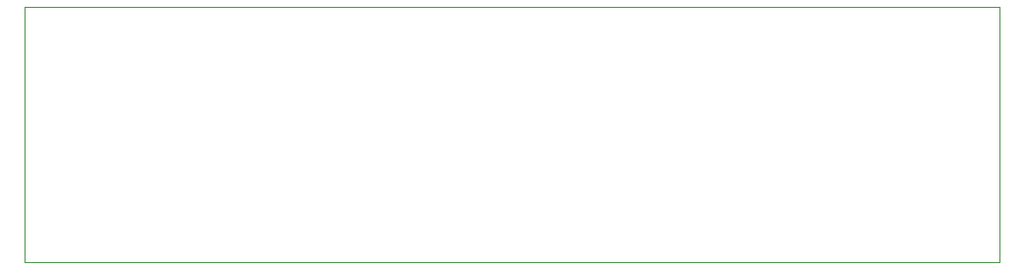
<source format=gbr>
%TF.GenerationSoftware,KiCad,Pcbnew,(6.0.11-0)*%
%TF.CreationDate,2024-11-14T16:08:28+08:00*%
%TF.ProjectId,Li-Po_charger,4c692d50-6f5f-4636-9861-726765722e6b,V1.0*%
%TF.SameCoordinates,Original*%
%TF.FileFunction,Profile,NP*%
%FSLAX46Y46*%
G04 Gerber Fmt 4.6, Leading zero omitted, Abs format (unit mm)*
G04 Created by KiCad (PCBNEW (6.0.11-0)) date 2024-11-14 16:08:28*
%MOMM*%
%LPD*%
G01*
G04 APERTURE LIST*
%TA.AperFunction,Profile*%
%ADD10C,0.100000*%
%TD*%
G04 APERTURE END LIST*
D10*
X75000000Y-62000000D02*
X159000000Y-62000000D01*
X159000000Y-62000000D02*
X159000000Y-84000000D01*
X159000000Y-84000000D02*
X75000000Y-84000000D01*
X75000000Y-84000000D02*
X75000000Y-62000000D01*
M02*

</source>
